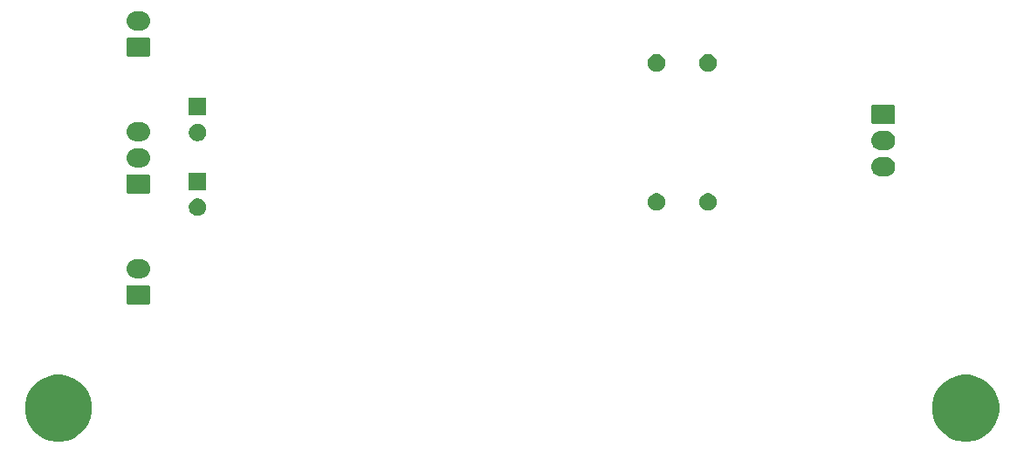
<source format=gbr>
G04 #@! TF.GenerationSoftware,KiCad,Pcbnew,5.1.4*
G04 #@! TF.CreationDate,2019-10-13T19:14:40-04:00*
G04 #@! TF.ProjectId,headphone_amp,68656164-7068-46f6-9e65-5f616d702e6b,1*
G04 #@! TF.SameCoordinates,Original*
G04 #@! TF.FileFunction,Soldermask,Bot*
G04 #@! TF.FilePolarity,Negative*
%FSLAX46Y46*%
G04 Gerber Fmt 4.6, Leading zero omitted, Abs format (unit mm)*
G04 Created by KiCad (PCBNEW 5.1.4) date 2019-10-13 19:14:40*
%MOMM*%
%LPD*%
G04 APERTURE LIST*
%ADD10C,0.100000*%
G04 APERTURE END LIST*
D10*
G36*
X106634239Y-140811467D02*
G01*
X106948282Y-140873934D01*
X107539926Y-141119001D01*
X108072392Y-141474784D01*
X108525216Y-141927608D01*
X108880999Y-142460074D01*
X109126066Y-143051718D01*
X109251000Y-143679804D01*
X109251000Y-144320196D01*
X109126066Y-144948282D01*
X108880999Y-145539926D01*
X108525216Y-146072392D01*
X108072392Y-146525216D01*
X107539926Y-146880999D01*
X106948282Y-147126066D01*
X106634239Y-147188533D01*
X106320197Y-147251000D01*
X105679803Y-147251000D01*
X105365761Y-147188533D01*
X105051718Y-147126066D01*
X104460074Y-146880999D01*
X103927608Y-146525216D01*
X103474784Y-146072392D01*
X103119001Y-145539926D01*
X102873934Y-144948282D01*
X102749000Y-144320196D01*
X102749000Y-143679804D01*
X102873934Y-143051718D01*
X103119001Y-142460074D01*
X103474784Y-141927608D01*
X103927608Y-141474784D01*
X104460074Y-141119001D01*
X105051718Y-140873934D01*
X105365761Y-140811467D01*
X105679803Y-140749000D01*
X106320197Y-140749000D01*
X106634239Y-140811467D01*
X106634239Y-140811467D01*
G37*
G36*
X194634239Y-140811467D02*
G01*
X194948282Y-140873934D01*
X195539926Y-141119001D01*
X196072392Y-141474784D01*
X196525216Y-141927608D01*
X196880999Y-142460074D01*
X197126066Y-143051718D01*
X197251000Y-143679804D01*
X197251000Y-144320196D01*
X197126066Y-144948282D01*
X196880999Y-145539926D01*
X196525216Y-146072392D01*
X196072392Y-146525216D01*
X195539926Y-146880999D01*
X194948282Y-147126066D01*
X194634239Y-147188533D01*
X194320197Y-147251000D01*
X193679803Y-147251000D01*
X193365761Y-147188533D01*
X193051718Y-147126066D01*
X192460074Y-146880999D01*
X191927608Y-146525216D01*
X191474784Y-146072392D01*
X191119001Y-145539926D01*
X190873934Y-144948282D01*
X190749000Y-144320196D01*
X190749000Y-143679804D01*
X190873934Y-143051718D01*
X191119001Y-142460074D01*
X191474784Y-141927608D01*
X191927608Y-141474784D01*
X192460074Y-141119001D01*
X193051718Y-140873934D01*
X193365761Y-140811467D01*
X193679803Y-140749000D01*
X194320197Y-140749000D01*
X194634239Y-140811467D01*
X194634239Y-140811467D01*
G37*
G36*
X114759561Y-132082966D02*
G01*
X114792383Y-132092923D01*
X114822632Y-132109092D01*
X114849148Y-132130852D01*
X114870908Y-132157368D01*
X114887077Y-132187617D01*
X114897034Y-132220439D01*
X114901000Y-132260713D01*
X114901000Y-133739287D01*
X114897034Y-133779561D01*
X114887077Y-133812383D01*
X114870908Y-133842632D01*
X114849148Y-133869148D01*
X114822632Y-133890908D01*
X114792383Y-133907077D01*
X114759561Y-133917034D01*
X114719287Y-133921000D01*
X112780713Y-133921000D01*
X112740439Y-133917034D01*
X112707617Y-133907077D01*
X112677368Y-133890908D01*
X112650852Y-133869148D01*
X112629092Y-133842632D01*
X112612923Y-133812383D01*
X112602966Y-133779561D01*
X112599000Y-133739287D01*
X112599000Y-132260713D01*
X112602966Y-132220439D01*
X112612923Y-132187617D01*
X112629092Y-132157368D01*
X112650852Y-132130852D01*
X112677368Y-132109092D01*
X112707617Y-132092923D01*
X112740439Y-132082966D01*
X112780713Y-132079000D01*
X114719287Y-132079000D01*
X114759561Y-132082966D01*
X114759561Y-132082966D01*
G37*
G36*
X114070345Y-129543442D02*
G01*
X114160548Y-129552326D01*
X114334157Y-129604990D01*
X114494156Y-129690511D01*
X114537729Y-129726271D01*
X114634397Y-129805603D01*
X114713729Y-129902271D01*
X114749489Y-129945844D01*
X114835010Y-130105843D01*
X114887674Y-130279452D01*
X114905456Y-130460000D01*
X114887674Y-130640548D01*
X114835010Y-130814157D01*
X114749489Y-130974156D01*
X114713729Y-131017729D01*
X114634397Y-131114397D01*
X114537729Y-131193729D01*
X114494156Y-131229489D01*
X114334157Y-131315010D01*
X114160548Y-131367674D01*
X114070345Y-131376558D01*
X114025245Y-131381000D01*
X113474755Y-131381000D01*
X113429655Y-131376558D01*
X113339452Y-131367674D01*
X113165843Y-131315010D01*
X113005844Y-131229489D01*
X112962271Y-131193729D01*
X112865603Y-131114397D01*
X112786271Y-131017729D01*
X112750511Y-130974156D01*
X112664990Y-130814157D01*
X112612326Y-130640548D01*
X112594544Y-130460000D01*
X112612326Y-130279452D01*
X112664990Y-130105843D01*
X112750511Y-129945844D01*
X112786271Y-129902271D01*
X112865603Y-129805603D01*
X112962271Y-129726271D01*
X113005844Y-129690511D01*
X113165843Y-129604990D01*
X113339452Y-129552326D01*
X113429655Y-129543442D01*
X113474755Y-129539000D01*
X114025245Y-129539000D01*
X114070345Y-129543442D01*
X114070345Y-129543442D01*
G37*
G36*
X119748228Y-123681703D02*
G01*
X119903100Y-123745853D01*
X120042481Y-123838985D01*
X120161015Y-123957519D01*
X120254147Y-124096900D01*
X120318297Y-124251772D01*
X120351000Y-124416184D01*
X120351000Y-124583816D01*
X120318297Y-124748228D01*
X120254147Y-124903100D01*
X120161015Y-125042481D01*
X120042481Y-125161015D01*
X119903100Y-125254147D01*
X119748228Y-125318297D01*
X119583816Y-125351000D01*
X119416184Y-125351000D01*
X119251772Y-125318297D01*
X119096900Y-125254147D01*
X118957519Y-125161015D01*
X118838985Y-125042481D01*
X118745853Y-124903100D01*
X118681703Y-124748228D01*
X118649000Y-124583816D01*
X118649000Y-124416184D01*
X118681703Y-124251772D01*
X118745853Y-124096900D01*
X118838985Y-123957519D01*
X118957519Y-123838985D01*
X119096900Y-123745853D01*
X119251772Y-123681703D01*
X119416184Y-123649000D01*
X119583816Y-123649000D01*
X119748228Y-123681703D01*
X119748228Y-123681703D01*
G37*
G36*
X169248228Y-123181703D02*
G01*
X169403100Y-123245853D01*
X169542481Y-123338985D01*
X169661015Y-123457519D01*
X169754147Y-123596900D01*
X169818297Y-123751772D01*
X169851000Y-123916184D01*
X169851000Y-124083816D01*
X169818297Y-124248228D01*
X169754147Y-124403100D01*
X169661015Y-124542481D01*
X169542481Y-124661015D01*
X169403100Y-124754147D01*
X169248228Y-124818297D01*
X169083816Y-124851000D01*
X168916184Y-124851000D01*
X168751772Y-124818297D01*
X168596900Y-124754147D01*
X168457519Y-124661015D01*
X168338985Y-124542481D01*
X168245853Y-124403100D01*
X168181703Y-124248228D01*
X168149000Y-124083816D01*
X168149000Y-123916184D01*
X168181703Y-123751772D01*
X168245853Y-123596900D01*
X168338985Y-123457519D01*
X168457519Y-123338985D01*
X168596900Y-123245853D01*
X168751772Y-123181703D01*
X168916184Y-123149000D01*
X169083816Y-123149000D01*
X169248228Y-123181703D01*
X169248228Y-123181703D01*
G37*
G36*
X164248228Y-123181703D02*
G01*
X164403100Y-123245853D01*
X164542481Y-123338985D01*
X164661015Y-123457519D01*
X164754147Y-123596900D01*
X164818297Y-123751772D01*
X164851000Y-123916184D01*
X164851000Y-124083816D01*
X164818297Y-124248228D01*
X164754147Y-124403100D01*
X164661015Y-124542481D01*
X164542481Y-124661015D01*
X164403100Y-124754147D01*
X164248228Y-124818297D01*
X164083816Y-124851000D01*
X163916184Y-124851000D01*
X163751772Y-124818297D01*
X163596900Y-124754147D01*
X163457519Y-124661015D01*
X163338985Y-124542481D01*
X163245853Y-124403100D01*
X163181703Y-124248228D01*
X163149000Y-124083816D01*
X163149000Y-123916184D01*
X163181703Y-123751772D01*
X163245853Y-123596900D01*
X163338985Y-123457519D01*
X163457519Y-123338985D01*
X163596900Y-123245853D01*
X163751772Y-123181703D01*
X163916184Y-123149000D01*
X164083816Y-123149000D01*
X164248228Y-123181703D01*
X164248228Y-123181703D01*
G37*
G36*
X114759561Y-121332966D02*
G01*
X114792383Y-121342923D01*
X114822632Y-121359092D01*
X114849148Y-121380852D01*
X114870908Y-121407368D01*
X114887077Y-121437617D01*
X114897034Y-121470439D01*
X114901000Y-121510713D01*
X114901000Y-122989287D01*
X114897034Y-123029561D01*
X114887077Y-123062383D01*
X114870908Y-123092632D01*
X114849148Y-123119148D01*
X114822632Y-123140908D01*
X114792383Y-123157077D01*
X114759561Y-123167034D01*
X114719287Y-123171000D01*
X112780713Y-123171000D01*
X112740439Y-123167034D01*
X112707617Y-123157077D01*
X112677368Y-123140908D01*
X112650852Y-123119148D01*
X112629092Y-123092632D01*
X112612923Y-123062383D01*
X112602966Y-123029561D01*
X112599000Y-122989287D01*
X112599000Y-121510713D01*
X112602966Y-121470439D01*
X112612923Y-121437617D01*
X112629092Y-121407368D01*
X112650852Y-121380852D01*
X112677368Y-121359092D01*
X112707617Y-121342923D01*
X112740439Y-121332966D01*
X112780713Y-121329000D01*
X114719287Y-121329000D01*
X114759561Y-121332966D01*
X114759561Y-121332966D01*
G37*
G36*
X120351000Y-122851000D02*
G01*
X118649000Y-122851000D01*
X118649000Y-121149000D01*
X120351000Y-121149000D01*
X120351000Y-122851000D01*
X120351000Y-122851000D01*
G37*
G36*
X186320345Y-119663442D02*
G01*
X186410548Y-119672326D01*
X186584157Y-119724990D01*
X186744156Y-119810511D01*
X186787729Y-119846271D01*
X186884397Y-119925603D01*
X186963729Y-120022271D01*
X186999489Y-120065844D01*
X187085010Y-120225843D01*
X187137674Y-120399452D01*
X187155456Y-120580000D01*
X187137674Y-120760548D01*
X187085010Y-120934157D01*
X186999489Y-121094156D01*
X186963729Y-121137729D01*
X186884397Y-121234397D01*
X186787729Y-121313729D01*
X186744156Y-121349489D01*
X186584157Y-121435010D01*
X186410548Y-121487674D01*
X186320345Y-121496558D01*
X186275245Y-121501000D01*
X185724755Y-121501000D01*
X185679655Y-121496558D01*
X185589452Y-121487674D01*
X185415843Y-121435010D01*
X185255844Y-121349489D01*
X185212271Y-121313729D01*
X185115603Y-121234397D01*
X185036271Y-121137729D01*
X185000511Y-121094156D01*
X184914990Y-120934157D01*
X184862326Y-120760548D01*
X184844544Y-120580000D01*
X184862326Y-120399452D01*
X184914990Y-120225843D01*
X185000511Y-120065844D01*
X185036271Y-120022271D01*
X185115603Y-119925603D01*
X185212271Y-119846271D01*
X185255844Y-119810511D01*
X185415843Y-119724990D01*
X185589452Y-119672326D01*
X185679655Y-119663442D01*
X185724755Y-119659000D01*
X186275245Y-119659000D01*
X186320345Y-119663442D01*
X186320345Y-119663442D01*
G37*
G36*
X114070345Y-118793442D02*
G01*
X114160548Y-118802326D01*
X114334157Y-118854990D01*
X114494156Y-118940511D01*
X114537729Y-118976271D01*
X114634397Y-119055603D01*
X114713729Y-119152271D01*
X114749489Y-119195844D01*
X114835010Y-119355843D01*
X114887674Y-119529452D01*
X114905456Y-119710000D01*
X114887674Y-119890548D01*
X114835010Y-120064157D01*
X114749489Y-120224156D01*
X114713729Y-120267729D01*
X114634397Y-120364397D01*
X114537729Y-120443729D01*
X114494156Y-120479489D01*
X114334157Y-120565010D01*
X114160548Y-120617674D01*
X114070345Y-120626558D01*
X114025245Y-120631000D01*
X113474755Y-120631000D01*
X113429655Y-120626558D01*
X113339452Y-120617674D01*
X113165843Y-120565010D01*
X113005844Y-120479489D01*
X112962271Y-120443729D01*
X112865603Y-120364397D01*
X112786271Y-120267729D01*
X112750511Y-120224156D01*
X112664990Y-120064157D01*
X112612326Y-119890548D01*
X112594544Y-119710000D01*
X112612326Y-119529452D01*
X112664990Y-119355843D01*
X112750511Y-119195844D01*
X112786271Y-119152271D01*
X112865603Y-119055603D01*
X112962271Y-118976271D01*
X113005844Y-118940511D01*
X113165843Y-118854990D01*
X113339452Y-118802326D01*
X113429655Y-118793442D01*
X113474755Y-118789000D01*
X114025245Y-118789000D01*
X114070345Y-118793442D01*
X114070345Y-118793442D01*
G37*
G36*
X186320345Y-117123442D02*
G01*
X186410548Y-117132326D01*
X186584157Y-117184990D01*
X186744156Y-117270511D01*
X186787729Y-117306271D01*
X186884397Y-117385603D01*
X186963729Y-117482271D01*
X186999489Y-117525844D01*
X187085010Y-117685843D01*
X187137674Y-117859452D01*
X187155456Y-118040000D01*
X187137674Y-118220548D01*
X187085010Y-118394157D01*
X186999489Y-118554156D01*
X186963729Y-118597729D01*
X186884397Y-118694397D01*
X186787729Y-118773729D01*
X186744156Y-118809489D01*
X186584157Y-118895010D01*
X186410548Y-118947674D01*
X186320345Y-118956558D01*
X186275245Y-118961000D01*
X185724755Y-118961000D01*
X185679655Y-118956558D01*
X185589452Y-118947674D01*
X185415843Y-118895010D01*
X185255844Y-118809489D01*
X185212271Y-118773729D01*
X185115603Y-118694397D01*
X185036271Y-118597729D01*
X185000511Y-118554156D01*
X184914990Y-118394157D01*
X184862326Y-118220548D01*
X184844544Y-118040000D01*
X184862326Y-117859452D01*
X184914990Y-117685843D01*
X185000511Y-117525844D01*
X185036271Y-117482271D01*
X185115603Y-117385603D01*
X185212271Y-117306271D01*
X185255844Y-117270511D01*
X185415843Y-117184990D01*
X185589452Y-117132326D01*
X185679655Y-117123442D01*
X185724755Y-117119000D01*
X186275245Y-117119000D01*
X186320345Y-117123442D01*
X186320345Y-117123442D01*
G37*
G36*
X119748228Y-116431703D02*
G01*
X119903100Y-116495853D01*
X120042481Y-116588985D01*
X120161015Y-116707519D01*
X120254147Y-116846900D01*
X120318297Y-117001772D01*
X120351000Y-117166184D01*
X120351000Y-117333816D01*
X120318297Y-117498228D01*
X120254147Y-117653100D01*
X120161015Y-117792481D01*
X120042481Y-117911015D01*
X119903100Y-118004147D01*
X119748228Y-118068297D01*
X119583816Y-118101000D01*
X119416184Y-118101000D01*
X119251772Y-118068297D01*
X119096900Y-118004147D01*
X118957519Y-117911015D01*
X118838985Y-117792481D01*
X118745853Y-117653100D01*
X118681703Y-117498228D01*
X118649000Y-117333816D01*
X118649000Y-117166184D01*
X118681703Y-117001772D01*
X118745853Y-116846900D01*
X118838985Y-116707519D01*
X118957519Y-116588985D01*
X119096900Y-116495853D01*
X119251772Y-116431703D01*
X119416184Y-116399000D01*
X119583816Y-116399000D01*
X119748228Y-116431703D01*
X119748228Y-116431703D01*
G37*
G36*
X114070345Y-116253442D02*
G01*
X114160548Y-116262326D01*
X114334157Y-116314990D01*
X114494156Y-116400511D01*
X114532163Y-116431703D01*
X114634397Y-116515603D01*
X114694619Y-116588985D01*
X114749489Y-116655844D01*
X114835010Y-116815843D01*
X114887674Y-116989452D01*
X114905456Y-117170000D01*
X114887674Y-117350548D01*
X114835010Y-117524157D01*
X114749489Y-117684156D01*
X114713729Y-117727729D01*
X114634397Y-117824397D01*
X114537729Y-117903729D01*
X114494156Y-117939489D01*
X114334157Y-118025010D01*
X114160548Y-118077674D01*
X114070345Y-118086558D01*
X114025245Y-118091000D01*
X113474755Y-118091000D01*
X113429655Y-118086558D01*
X113339452Y-118077674D01*
X113165843Y-118025010D01*
X113005844Y-117939489D01*
X112962271Y-117903729D01*
X112865603Y-117824397D01*
X112786271Y-117727729D01*
X112750511Y-117684156D01*
X112664990Y-117524157D01*
X112612326Y-117350548D01*
X112594544Y-117170000D01*
X112612326Y-116989452D01*
X112664990Y-116815843D01*
X112750511Y-116655844D01*
X112805381Y-116588985D01*
X112865603Y-116515603D01*
X112967837Y-116431703D01*
X113005844Y-116400511D01*
X113165843Y-116314990D01*
X113339452Y-116262326D01*
X113429655Y-116253442D01*
X113474755Y-116249000D01*
X114025245Y-116249000D01*
X114070345Y-116253442D01*
X114070345Y-116253442D01*
G37*
G36*
X187009561Y-114582966D02*
G01*
X187042383Y-114592923D01*
X187072632Y-114609092D01*
X187099148Y-114630852D01*
X187120908Y-114657368D01*
X187137077Y-114687617D01*
X187147034Y-114720439D01*
X187151000Y-114760713D01*
X187151000Y-116239287D01*
X187147034Y-116279561D01*
X187137077Y-116312383D01*
X187120908Y-116342632D01*
X187099148Y-116369148D01*
X187072632Y-116390908D01*
X187042383Y-116407077D01*
X187009561Y-116417034D01*
X186969287Y-116421000D01*
X185030713Y-116421000D01*
X184990439Y-116417034D01*
X184957617Y-116407077D01*
X184927368Y-116390908D01*
X184900852Y-116369148D01*
X184879092Y-116342632D01*
X184862923Y-116312383D01*
X184852966Y-116279561D01*
X184849000Y-116239287D01*
X184849000Y-114760713D01*
X184852966Y-114720439D01*
X184862923Y-114687617D01*
X184879092Y-114657368D01*
X184900852Y-114630852D01*
X184927368Y-114609092D01*
X184957617Y-114592923D01*
X184990439Y-114582966D01*
X185030713Y-114579000D01*
X186969287Y-114579000D01*
X187009561Y-114582966D01*
X187009561Y-114582966D01*
G37*
G36*
X120351000Y-115601000D02*
G01*
X118649000Y-115601000D01*
X118649000Y-113899000D01*
X120351000Y-113899000D01*
X120351000Y-115601000D01*
X120351000Y-115601000D01*
G37*
G36*
X164248228Y-109681703D02*
G01*
X164403100Y-109745853D01*
X164542481Y-109838985D01*
X164661015Y-109957519D01*
X164754147Y-110096900D01*
X164818297Y-110251772D01*
X164851000Y-110416184D01*
X164851000Y-110583816D01*
X164818297Y-110748228D01*
X164754147Y-110903100D01*
X164661015Y-111042481D01*
X164542481Y-111161015D01*
X164403100Y-111254147D01*
X164248228Y-111318297D01*
X164083816Y-111351000D01*
X163916184Y-111351000D01*
X163751772Y-111318297D01*
X163596900Y-111254147D01*
X163457519Y-111161015D01*
X163338985Y-111042481D01*
X163245853Y-110903100D01*
X163181703Y-110748228D01*
X163149000Y-110583816D01*
X163149000Y-110416184D01*
X163181703Y-110251772D01*
X163245853Y-110096900D01*
X163338985Y-109957519D01*
X163457519Y-109838985D01*
X163596900Y-109745853D01*
X163751772Y-109681703D01*
X163916184Y-109649000D01*
X164083816Y-109649000D01*
X164248228Y-109681703D01*
X164248228Y-109681703D01*
G37*
G36*
X169248228Y-109681703D02*
G01*
X169403100Y-109745853D01*
X169542481Y-109838985D01*
X169661015Y-109957519D01*
X169754147Y-110096900D01*
X169818297Y-110251772D01*
X169851000Y-110416184D01*
X169851000Y-110583816D01*
X169818297Y-110748228D01*
X169754147Y-110903100D01*
X169661015Y-111042481D01*
X169542481Y-111161015D01*
X169403100Y-111254147D01*
X169248228Y-111318297D01*
X169083816Y-111351000D01*
X168916184Y-111351000D01*
X168751772Y-111318297D01*
X168596900Y-111254147D01*
X168457519Y-111161015D01*
X168338985Y-111042481D01*
X168245853Y-110903100D01*
X168181703Y-110748228D01*
X168149000Y-110583816D01*
X168149000Y-110416184D01*
X168181703Y-110251772D01*
X168245853Y-110096900D01*
X168338985Y-109957519D01*
X168457519Y-109838985D01*
X168596900Y-109745853D01*
X168751772Y-109681703D01*
X168916184Y-109649000D01*
X169083816Y-109649000D01*
X169248228Y-109681703D01*
X169248228Y-109681703D01*
G37*
G36*
X114759561Y-108042966D02*
G01*
X114792383Y-108052923D01*
X114822632Y-108069092D01*
X114849148Y-108090852D01*
X114870908Y-108117368D01*
X114887077Y-108147617D01*
X114897034Y-108180439D01*
X114901000Y-108220713D01*
X114901000Y-109699287D01*
X114897034Y-109739561D01*
X114887077Y-109772383D01*
X114870908Y-109802632D01*
X114849148Y-109829148D01*
X114822632Y-109850908D01*
X114792383Y-109867077D01*
X114759561Y-109877034D01*
X114719287Y-109881000D01*
X112780713Y-109881000D01*
X112740439Y-109877034D01*
X112707617Y-109867077D01*
X112677368Y-109850908D01*
X112650852Y-109829148D01*
X112629092Y-109802632D01*
X112612923Y-109772383D01*
X112602966Y-109739561D01*
X112599000Y-109699287D01*
X112599000Y-108220713D01*
X112602966Y-108180439D01*
X112612923Y-108147617D01*
X112629092Y-108117368D01*
X112650852Y-108090852D01*
X112677368Y-108069092D01*
X112707617Y-108052923D01*
X112740439Y-108042966D01*
X112780713Y-108039000D01*
X114719287Y-108039000D01*
X114759561Y-108042966D01*
X114759561Y-108042966D01*
G37*
G36*
X114070345Y-105503442D02*
G01*
X114160548Y-105512326D01*
X114334157Y-105564990D01*
X114494156Y-105650511D01*
X114537729Y-105686271D01*
X114634397Y-105765603D01*
X114713729Y-105862271D01*
X114749489Y-105905844D01*
X114835010Y-106065843D01*
X114887674Y-106239452D01*
X114905456Y-106420000D01*
X114887674Y-106600548D01*
X114835010Y-106774157D01*
X114749489Y-106934156D01*
X114713729Y-106977729D01*
X114634397Y-107074397D01*
X114537729Y-107153729D01*
X114494156Y-107189489D01*
X114334157Y-107275010D01*
X114160548Y-107327674D01*
X114070345Y-107336558D01*
X114025245Y-107341000D01*
X113474755Y-107341000D01*
X113429655Y-107336558D01*
X113339452Y-107327674D01*
X113165843Y-107275010D01*
X113005844Y-107189489D01*
X112962271Y-107153729D01*
X112865603Y-107074397D01*
X112786271Y-106977729D01*
X112750511Y-106934156D01*
X112664990Y-106774157D01*
X112612326Y-106600548D01*
X112594544Y-106420000D01*
X112612326Y-106239452D01*
X112664990Y-106065843D01*
X112750511Y-105905844D01*
X112786271Y-105862271D01*
X112865603Y-105765603D01*
X112962271Y-105686271D01*
X113005844Y-105650511D01*
X113165843Y-105564990D01*
X113339452Y-105512326D01*
X113429655Y-105503442D01*
X113474755Y-105499000D01*
X114025245Y-105499000D01*
X114070345Y-105503442D01*
X114070345Y-105503442D01*
G37*
M02*

</source>
